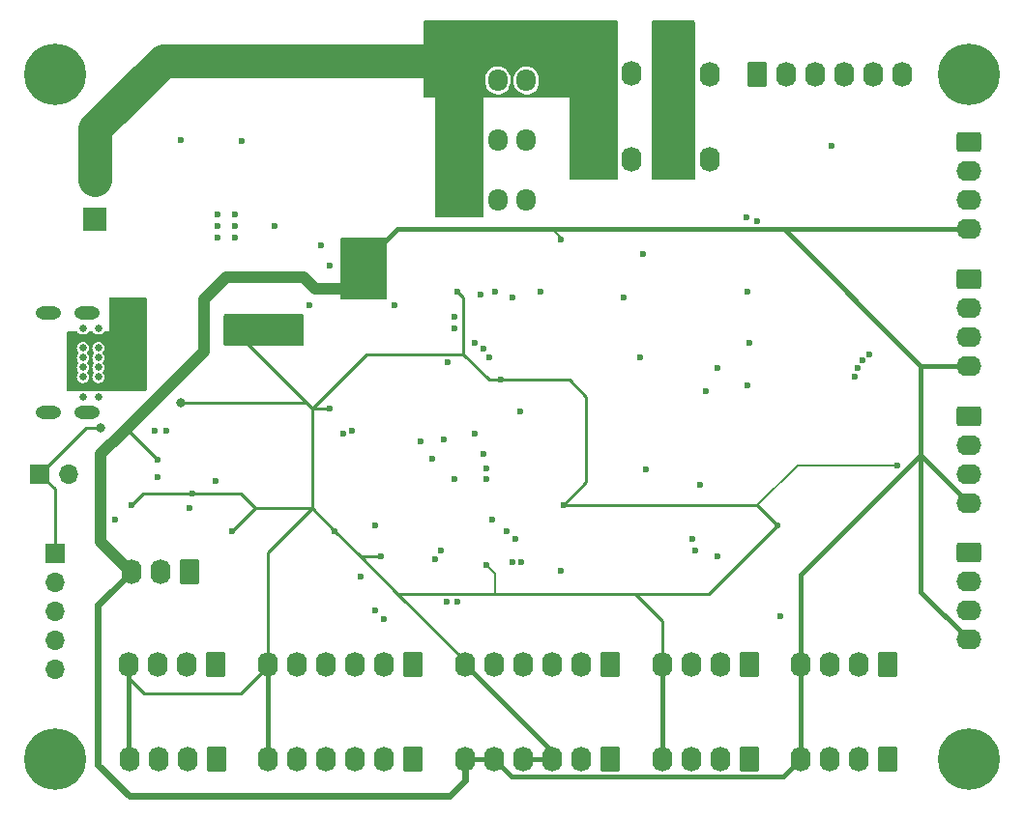
<source format=gbr>
%TF.GenerationSoftware,KiCad,Pcbnew,(6.0.0-rc1-29-g9238b27f63)*%
%TF.CreationDate,2021-12-03T12:49:23+01:00*%
%TF.ProjectId,robolympics_hub,726f626f-6c79-46d7-9069-63735f687562,rev?*%
%TF.SameCoordinates,Original*%
%TF.FileFunction,Copper,L3,Inr*%
%TF.FilePolarity,Positive*%
%FSLAX46Y46*%
G04 Gerber Fmt 4.6, Leading zero omitted, Abs format (unit mm)*
G04 Created by KiCad (PCBNEW (6.0.0-rc1-29-g9238b27f63)) date 2021-12-03 12:49:23*
%MOMM*%
%LPD*%
G01*
G04 APERTURE LIST*
G04 Aperture macros list*
%AMRoundRect*
0 Rectangle with rounded corners*
0 $1 Rounding radius*
0 $2 $3 $4 $5 $6 $7 $8 $9 X,Y pos of 4 corners*
0 Add a 4 corners polygon primitive as box body*
4,1,4,$2,$3,$4,$5,$6,$7,$8,$9,$2,$3,0*
0 Add four circle primitives for the rounded corners*
1,1,$1+$1,$2,$3*
1,1,$1+$1,$4,$5*
1,1,$1+$1,$6,$7*
1,1,$1+$1,$8,$9*
0 Add four rect primitives between the rounded corners*
20,1,$1+$1,$2,$3,$4,$5,0*
20,1,$1+$1,$4,$5,$6,$7,0*
20,1,$1+$1,$6,$7,$8,$9,0*
20,1,$1+$1,$8,$9,$2,$3,0*%
G04 Aperture macros list end*
%TA.AperFunction,ComponentPad*%
%ADD10RoundRect,0.250000X0.620000X0.845000X-0.620000X0.845000X-0.620000X-0.845000X0.620000X-0.845000X0*%
%TD*%
%TA.AperFunction,ComponentPad*%
%ADD11O,1.740000X2.190000*%
%TD*%
%TA.AperFunction,ComponentPad*%
%ADD12R,1.700000X1.700000*%
%TD*%
%TA.AperFunction,ComponentPad*%
%ADD13O,1.700000X1.700000*%
%TD*%
%TA.AperFunction,ComponentPad*%
%ADD14RoundRect,0.250000X-0.600000X-0.725000X0.600000X-0.725000X0.600000X0.725000X-0.600000X0.725000X0*%
%TD*%
%TA.AperFunction,ComponentPad*%
%ADD15O,1.700000X1.950000*%
%TD*%
%TA.AperFunction,ComponentPad*%
%ADD16C,5.400000*%
%TD*%
%TA.AperFunction,ComponentPad*%
%ADD17RoundRect,0.250000X-0.620000X-0.845000X0.620000X-0.845000X0.620000X0.845000X-0.620000X0.845000X0*%
%TD*%
%TA.AperFunction,ComponentPad*%
%ADD18RoundRect,0.250000X-0.845000X0.620000X-0.845000X-0.620000X0.845000X-0.620000X0.845000X0.620000X0*%
%TD*%
%TA.AperFunction,ComponentPad*%
%ADD19O,2.190000X1.740000*%
%TD*%
%TA.AperFunction,ComponentPad*%
%ADD20C,0.650000*%
%TD*%
%TA.AperFunction,ComponentPad*%
%ADD21O,2.216000X1.108000*%
%TD*%
%TA.AperFunction,ComponentPad*%
%ADD22R,2.025000X2.025000*%
%TD*%
%TA.AperFunction,ComponentPad*%
%ADD23C,2.025000*%
%TD*%
%TA.AperFunction,ViaPad*%
%ADD24C,0.600000*%
%TD*%
%TA.AperFunction,ViaPad*%
%ADD25C,0.800000*%
%TD*%
%TA.AperFunction,Conductor*%
%ADD26C,0.600000*%
%TD*%
%TA.AperFunction,Conductor*%
%ADD27C,0.200000*%
%TD*%
%TA.AperFunction,Conductor*%
%ADD28C,0.400000*%
%TD*%
%TA.AperFunction,Conductor*%
%ADD29C,1.000000*%
%TD*%
%TA.AperFunction,Conductor*%
%ADD30C,0.250000*%
%TD*%
%TA.AperFunction,Conductor*%
%ADD31C,3.000000*%
%TD*%
G04 APERTURE END LIST*
D10*
%TO.N,GND*%
%TO.C,J19*%
X174060000Y-116750000D03*
D11*
%TO.N,I2C1_SDA*%
X171520000Y-116750000D03*
%TO.N,I2C1_SCL*%
X168980000Y-116750000D03*
%TO.N,+3V3*%
X166440000Y-116750000D03*
%TD*%
D10*
%TO.N,GND*%
%TO.C,J23*%
X208600000Y-125000000D03*
D11*
X206060000Y-125000000D03*
%TO.N,+3V3*%
X203520000Y-125000000D03*
X200980000Y-125000000D03*
%TO.N,+5V*%
X198440000Y-125000000D03*
X195900000Y-125000000D03*
%TD*%
D10*
%TO.N,GND*%
%TO.C,J4*%
X171740000Y-108580000D03*
D11*
%TO.N,Net-(J4-Pad2)*%
X169200000Y-108580000D03*
%TO.N,+5V*%
X166660000Y-108580000D03*
%TD*%
D12*
%TO.N,+3V3*%
%TO.C,J3*%
X160000000Y-107000000D03*
D13*
%TO.N,SWDIO*%
X160000000Y-109540000D03*
%TO.N,SWCLK*%
X160000000Y-112080000D03*
%TO.N,NRST*%
X160000000Y-114620000D03*
%TO.N,GND*%
X160000000Y-117160000D03*
%TD*%
D10*
%TO.N,GND*%
%TO.C,J7*%
X220810000Y-116730000D03*
D11*
%TO.N,USART2_TX*%
X218270000Y-116730000D03*
%TO.N,USART2_RX*%
X215730000Y-116730000D03*
%TO.N,+3V3*%
X213190000Y-116730000D03*
%TD*%
D14*
%TO.N,V_PWR*%
%TO.C,J9*%
X196250000Y-70750000D03*
D15*
%TO.N,TTL_DATA*%
X198750000Y-70750000D03*
%TO.N,GND*%
X201250000Y-70750000D03*
%TD*%
D16*
%TO.N,GND*%
%TO.C,H4*%
X160000000Y-125000000D03*
%TD*%
D17*
%TO.N,5V_REG*%
%TO.C,J27*%
X214730000Y-72420000D03*
D11*
%TO.N,GND*%
X217270000Y-72420000D03*
%TD*%
D10*
%TO.N,GND*%
%TO.C,J20*%
X220810000Y-125000000D03*
D11*
%TO.N,USART1_TX*%
X218270000Y-125000000D03*
%TO.N,USART1_RX*%
X215730000Y-125000000D03*
%TO.N,+3V3*%
X213190000Y-125000000D03*
%TD*%
D10*
%TO.N,GND*%
%TO.C,J22*%
X208600000Y-116750000D03*
D11*
%TO.N,GPIO_EXT_4*%
X206060000Y-116750000D03*
%TO.N,GPIO_EXT_3*%
X203520000Y-116750000D03*
%TO.N,PWM2*%
X200980000Y-116750000D03*
%TO.N,PWM1*%
X198440000Y-116750000D03*
%TO.N,+3V3*%
X195900000Y-116750000D03*
%TD*%
D12*
%TO.N,+3V3*%
%TO.C,J11*%
X158670000Y-100000000D03*
D13*
%TO.N,BOOT0*%
X161210000Y-100000000D03*
%TD*%
D18*
%TO.N,GND*%
%TO.C,J16*%
X240000000Y-106920000D03*
D19*
%TO.N,RANGE_3_ECHO*%
X240000000Y-109460000D03*
%TO.N,RANGE_3_TRIG*%
X240000000Y-112000000D03*
%TO.N,+5V*%
X240000000Y-114540000D03*
%TD*%
D16*
%TO.N,GND*%
%TO.C,H3*%
X160000000Y-65000000D03*
%TD*%
D20*
%TO.N,GND*%
%TO.C,J28*%
X163775000Y-87275000D03*
%TO.N,5V_USB*%
X163775000Y-88125000D03*
%TO.N,CC*%
X163775000Y-88975000D03*
%TO.N,USB_IN_P*%
X163775000Y-89825000D03*
%TO.N,USB_IN_N*%
X163775000Y-90675000D03*
%TO.N,CC*%
X163775000Y-91525000D03*
%TO.N,5V_USB*%
X163775000Y-92375000D03*
%TO.N,GND*%
X163775000Y-93225000D03*
X162425000Y-93225000D03*
%TO.N,5V_USB*%
X162425000Y-92375000D03*
%TO.N,CC*%
X162425000Y-91525000D03*
%TO.N,USB_IN_P*%
X162425000Y-90675000D03*
%TO.N,USB_IN_N*%
X162425000Y-89825000D03*
%TO.N,CC*%
X162425000Y-88975000D03*
%TO.N,5V_USB*%
X162425000Y-88125000D03*
%TO.N,GND*%
X162425000Y-87275000D03*
D21*
X162795000Y-85925000D03*
X162795000Y-94575000D03*
X159415000Y-94575000D03*
X159415000Y-85925000D03*
%TD*%
D17*
%TO.N,V_PWR*%
%TO.C,J26*%
X207930000Y-64900000D03*
D11*
%TO.N,GND*%
X210470000Y-64900000D03*
%TD*%
D18*
%TO.N,GND*%
%TO.C,J12*%
X240000000Y-82920000D03*
D19*
%TO.N,RANGE_1_ECHO*%
X240000000Y-85460000D03*
%TO.N,RANGE_1_TRIG*%
X240000000Y-88000000D03*
%TO.N,+5V*%
X240000000Y-90540000D03*
%TD*%
D22*
%TO.N,GND*%
%TO.C,J21*%
X163500000Y-77687500D03*
D23*
%TO.N,V_PWR*%
X163500000Y-74187500D03*
%TD*%
D16*
%TO.N,GND*%
%TO.C,H2*%
X240000000Y-125000000D03*
%TD*%
D18*
%TO.N,GND*%
%TO.C,J17*%
X240000000Y-70920000D03*
D19*
%TO.N,RANGE_4_ECHO*%
X240000000Y-73460000D03*
%TO.N,RANGE_4_TRIG*%
X240000000Y-76000000D03*
%TO.N,+5V*%
X240000000Y-78540000D03*
%TD*%
D10*
%TO.N,GND*%
%TO.C,J15*%
X232870000Y-125000000D03*
D11*
%TO.N,Net-(J15-Pad2)*%
X230330000Y-125000000D03*
%TO.N,Net-(J15-Pad3)*%
X227790000Y-125000000D03*
%TO.N,+5V*%
X225250000Y-125000000D03*
%TD*%
D16*
%TO.N,GND*%
%TO.C,H1*%
X240000000Y-65000000D03*
%TD*%
D17*
%TO.N,V_PWR*%
%TO.C,J1*%
X207930000Y-72420000D03*
D11*
%TO.N,GND*%
X210470000Y-72420000D03*
%TD*%
D10*
%TO.N,GND*%
%TO.C,J18*%
X174120000Y-124980000D03*
D11*
%TO.N,I2C1_SDA*%
X171580000Y-124980000D03*
%TO.N,I2C1_SCL*%
X169040000Y-124980000D03*
%TO.N,+3V3*%
X166500000Y-124980000D03*
%TD*%
D14*
%TO.N,V_PWR*%
%TO.C,J10*%
X196250000Y-65500000D03*
D15*
%TO.N,TTL_DATA*%
X198750000Y-65500000D03*
%TO.N,GND*%
X201250000Y-65500000D03*
%TD*%
D14*
%TO.N,V_PWR*%
%TO.C,J8*%
X196250000Y-76000000D03*
D15*
%TO.N,TTL_DATA*%
X198750000Y-76000000D03*
%TO.N,GND*%
X201250000Y-76000000D03*
%TD*%
D17*
%TO.N,GND*%
%TO.C,J5*%
X221450000Y-65020000D03*
D11*
%TO.N,SPI1_NSS*%
X223990000Y-65020000D03*
%TO.N,SPI1_MOSI*%
X226530000Y-65020000D03*
%TO.N,SPI1_MISO*%
X229070000Y-65020000D03*
%TO.N,SPI1_SCK*%
X231610000Y-65020000D03*
%TO.N,unconnected-(J5-Pad6)*%
X234150000Y-65020000D03*
%TD*%
D17*
%TO.N,5V_REG*%
%TO.C,J25*%
X214730000Y-65020000D03*
D11*
%TO.N,GND*%
X217270000Y-65020000D03*
%TD*%
D10*
%TO.N,GND*%
%TO.C,J24*%
X191330000Y-125000000D03*
D11*
%TO.N,GPIO_EXT_2*%
X188790000Y-125000000D03*
%TO.N,SPI2_MOSI*%
X186250000Y-125000000D03*
%TO.N,SPI2_MISO*%
X183710000Y-125000000D03*
%TO.N,SPI2_SCK*%
X181170000Y-125000000D03*
%TO.N,+3V3*%
X178630000Y-125000000D03*
%TD*%
D10*
%TO.N,GND*%
%TO.C,J6*%
X191330000Y-116750000D03*
D11*
%TO.N,GPIO_EXT_1*%
X188790000Y-116750000D03*
%TO.N,SPI2_MOSI*%
X186250000Y-116750000D03*
%TO.N,SPI2_MISO*%
X183710000Y-116750000D03*
%TO.N,SPI2_SCK*%
X181170000Y-116750000D03*
%TO.N,+3V3*%
X178630000Y-116750000D03*
%TD*%
D18*
%TO.N,GND*%
%TO.C,J13*%
X240000000Y-94920000D03*
D19*
%TO.N,RANGE_2_ECHO*%
X240000000Y-97460000D03*
%TO.N,RANGE_2_TRIG*%
X240000000Y-100000000D03*
%TO.N,+5V*%
X240000000Y-102540000D03*
%TD*%
D10*
%TO.N,GND*%
%TO.C,J14*%
X232870000Y-116750000D03*
D11*
%TO.N,Net-(J14-Pad2)*%
X230330000Y-116750000D03*
%TO.N,Net-(J14-Pad3)*%
X227790000Y-116750000D03*
%TO.N,+5V*%
X225250000Y-116750000D03*
%TD*%
D24*
%TO.N,GPIO_EXT_3*%
X194250000Y-111250000D03*
X193250000Y-107500000D03*
%TO.N,GPIO_EXT_4*%
X193750000Y-106750000D03*
X195250000Y-111250000D03*
%TO.N,SPI1_NSS*%
X228000000Y-71250000D03*
%TO.N,SPI2_SCK*%
X196750000Y-96500000D03*
X186750000Y-109000000D03*
%TO.N,GPIO_EXT_1*%
X188750000Y-112750000D03*
%TO.N,USART1_TX*%
X195000000Y-100500000D03*
%TO.N,USART1_RX*%
X194000000Y-97000000D03*
%TO.N,UC_TTL_DIR*%
X185241525Y-96502825D03*
%TO.N,LED1*%
X195000000Y-86250000D03*
%TO.N,ENC_B_R*%
X197750000Y-100500000D03*
%TO.N,ENC_A_R*%
X197750000Y-99500000D03*
%TO.N,LED2*%
X195000000Y-87250000D03*
%TO.N,LED3*%
X186000000Y-96250000D03*
%TO.N,USART2_TX*%
X200250000Y-105750000D03*
X200799503Y-107750000D03*
%TO.N,USART2_RX*%
X199500000Y-105000000D03*
X200000000Y-107750000D03*
%TO.N,USART6_TX*%
X200000000Y-84500000D03*
%TO.N,USART6_RX*%
X197250000Y-84250000D03*
%TO.N,PWM1*%
X192000000Y-97150500D03*
%TO.N,PWM2*%
X193000000Y-98650500D03*
%TO.N,GPIO_EXT_2*%
X188000000Y-112000000D03*
%TO.N,PWM_NEOPIXEL*%
X174048911Y-100650500D03*
%TO.N,GND*%
X223500000Y-112500000D03*
X174250000Y-79250000D03*
X171750000Y-103000000D03*
X200750000Y-94500000D03*
X202500000Y-84000000D03*
X175750000Y-77250000D03*
X174250000Y-78250000D03*
X198500000Y-84000000D03*
X175750000Y-79250000D03*
X218000000Y-107250000D03*
X165250000Y-104000000D03*
X175750000Y-78250000D03*
X174250000Y-77250000D03*
%TO.N,5V_USB*%
X166000000Y-87250000D03*
X189750000Y-85250000D03*
X182250000Y-85250000D03*
X165250000Y-87250000D03*
X167500000Y-87250000D03*
X166750000Y-87250000D03*
%TO.N,BAT_MEAS*%
X211750000Y-99599500D03*
X211250000Y-89750000D03*
%TO.N,+5V*%
X188500000Y-83000000D03*
X187500000Y-83000000D03*
X187500000Y-80000000D03*
X188500000Y-81000000D03*
X188500000Y-82000000D03*
X169000000Y-98750000D03*
X187500000Y-84000000D03*
X187500000Y-81000000D03*
X188500000Y-84000000D03*
X204250000Y-79500000D03*
X188500000Y-80000000D03*
X187500000Y-82000000D03*
%TO.N,Net-(C10-Pad2)*%
X176338000Y-70795000D03*
X171000000Y-70750000D03*
%TO.N,5V_REG*%
X179250000Y-78250000D03*
%TO.N,Net-(U4-Pad4)*%
X169000000Y-100250000D03*
%TO.N,ENC_A_L*%
X215750000Y-105750000D03*
%TO.N,ENC_B_L*%
X216000000Y-106750000D03*
%TO.N,NRST*%
X198250000Y-104000000D03*
X188000000Y-104500000D03*
X204250000Y-108500000D03*
%TO.N,SWDIO*%
X168750000Y-96250000D03*
%TO.N,SWCLK*%
X169750000Y-96250000D03*
%TO.N,RANGE_1_ECHO*%
X220750000Y-88500000D03*
X218000000Y-90750000D03*
%TO.N,RANGE_1_TRIG*%
X216971448Y-92750000D03*
X220599500Y-92250000D03*
%TO.N,RANGE_2_ECHO*%
X194400500Y-90250000D03*
X231250000Y-89500000D03*
%TO.N,RANGE_2_TRIG*%
X196750000Y-88500000D03*
X230650500Y-90034414D03*
%TO.N,RANGE_3_ECHO*%
X230250000Y-90750000D03*
X197500000Y-89000000D03*
%TO.N,RANGE_3_TRIG*%
X198000000Y-89750000D03*
X229997175Y-91508475D03*
%TO.N,RANGE_4_ECHO*%
X220500000Y-77500000D03*
%TO.N,RANGE_4_TRIG*%
X221456469Y-77840500D03*
%TO.N,Net-(D3-Pad2)*%
X220599500Y-84000000D03*
%TO.N,Net-(D4-Pad2)*%
X209750000Y-84500000D03*
%TO.N,Net-(D5-Pad2)*%
X211500000Y-80750000D03*
%TO.N,USER_BTN*%
X197500000Y-98250000D03*
X216500000Y-101000000D03*
%TO.N,Net-(IC3-Pad4)*%
X184000000Y-81750000D03*
%TO.N,Net-(IC3-Pad5)*%
X183250000Y-80000000D03*
%TO.N,+3V3*%
X233750000Y-99250000D03*
X184000000Y-94250000D03*
X172000000Y-101750000D03*
D25*
X164000000Y-96000000D03*
D24*
X175500000Y-105000000D03*
X166665989Y-102750000D03*
X184500000Y-105000000D03*
X175500000Y-87250000D03*
X195250000Y-84000000D03*
X188500000Y-107250000D03*
X175500000Y-86500000D03*
X199000000Y-91750000D03*
X223250000Y-104500000D03*
X204500000Y-102750000D03*
D25*
X171000000Y-93750000D03*
D24*
X197750000Y-108000000D03*
%TD*%
D26*
%TO.N,+5V*%
X194500000Y-128250000D02*
X195900000Y-126850000D01*
D27*
X204250000Y-79500000D02*
X204250000Y-79250000D01*
D28*
X235790000Y-90540000D02*
X223790000Y-78540000D01*
X235790000Y-110330000D02*
X235790000Y-98330000D01*
D29*
X173000000Y-84750000D02*
X175000489Y-82749511D01*
D28*
X198440000Y-125000000D02*
X195900000Y-125000000D01*
D26*
X163750000Y-125500000D02*
X166500000Y-128250000D01*
D29*
X175000489Y-82749511D02*
X181749511Y-82749511D01*
X164000000Y-106000000D02*
X164000000Y-98250000D01*
D28*
X240000000Y-102540000D02*
X235790000Y-98330000D01*
X225250000Y-116750000D02*
X225250000Y-108870000D01*
D29*
X181749511Y-82749511D02*
X182750000Y-83750000D01*
X166660000Y-108580000D02*
X166580000Y-108580000D01*
D26*
X165070480Y-110169520D02*
X165070480Y-110179520D01*
D28*
X203540000Y-78540000D02*
X221710000Y-78540000D01*
X225250000Y-125000000D02*
X225250000Y-116750000D01*
X198440000Y-125000000D02*
X199934520Y-126494520D01*
X223790000Y-78540000D02*
X221710000Y-78540000D01*
X240000000Y-114540000D02*
X235790000Y-110330000D01*
D30*
X166625000Y-96375000D02*
X165875000Y-96375000D01*
D26*
X166500000Y-128250000D02*
X194500000Y-128250000D01*
D29*
X166580000Y-108580000D02*
X164000000Y-106000000D01*
D30*
X169000000Y-98750000D02*
X166625000Y-96375000D01*
D28*
X223755480Y-126494520D02*
X225250000Y-125000000D01*
D26*
X165070480Y-110179520D02*
X163750000Y-111500000D01*
X166660000Y-108580000D02*
X165070480Y-110169520D01*
D29*
X164000000Y-98250000D02*
X165875000Y-96375000D01*
D28*
X199934520Y-126494520D02*
X223755480Y-126494520D01*
D29*
X182750000Y-83750000D02*
X187750000Y-83750000D01*
D26*
X163750000Y-111500000D02*
X163750000Y-125500000D01*
D28*
X188500000Y-80000000D02*
X189960000Y-78540000D01*
X225250000Y-108870000D02*
X235790000Y-98330000D01*
D29*
X165875000Y-96375000D02*
X173000000Y-89250000D01*
D27*
X204250000Y-79250000D02*
X203540000Y-78540000D01*
D28*
X240000000Y-90540000D02*
X235790000Y-90540000D01*
X189960000Y-78540000D02*
X203540000Y-78540000D01*
D26*
X195900000Y-126850000D02*
X195900000Y-125000000D01*
D28*
X235790000Y-98330000D02*
X235790000Y-90540000D01*
X221710000Y-78540000D02*
X240000000Y-78540000D01*
D29*
X173000000Y-89250000D02*
X173000000Y-84750000D01*
D31*
%TO.N,V_PWR*%
X163500000Y-74187500D02*
X163500000Y-69750000D01*
X169450000Y-63800000D02*
X196050480Y-63800000D01*
X163500000Y-69750000D02*
X169450000Y-63800000D01*
D28*
%TO.N,+3V3*%
X200980000Y-125000000D02*
X203520000Y-125000000D01*
X203520000Y-124370000D02*
X195900000Y-116750000D01*
D30*
X176250000Y-119250000D02*
X167750000Y-119250000D01*
D28*
X178630000Y-116750000D02*
X178630000Y-125000000D01*
X166440000Y-124920000D02*
X166500000Y-124980000D01*
D30*
X199000000Y-91750000D02*
X198000000Y-91750000D01*
X206500000Y-93250000D02*
X206500000Y-100750000D01*
X217250000Y-110500000D02*
X210750000Y-110500000D01*
X167665989Y-101750000D02*
X166665989Y-102750000D01*
X206500000Y-100750000D02*
X204500000Y-102750000D01*
D27*
X225000000Y-99250000D02*
X221500000Y-102750000D01*
D30*
X162670000Y-96000000D02*
X164000000Y-96000000D01*
D28*
X203520000Y-125000000D02*
X203520000Y-124370000D01*
D30*
X171000000Y-93750000D02*
X182000000Y-93750000D01*
X198500000Y-110500000D02*
X210750000Y-110500000D01*
X223250000Y-104500000D02*
X217250000Y-110500000D01*
X182500000Y-103000000D02*
X184500000Y-105000000D01*
X167750000Y-119250000D02*
X166440000Y-117940000D01*
X190000000Y-110500000D02*
X198500000Y-110500000D01*
X198000000Y-91750000D02*
X195750000Y-89500000D01*
D28*
X166440000Y-116750000D02*
X166440000Y-124920000D01*
D30*
X223250000Y-104500000D02*
X221500000Y-102750000D01*
X195750000Y-89500000D02*
X187250000Y-89500000D01*
X195900000Y-116750000D02*
X195900000Y-116400000D01*
X186750000Y-107250000D02*
X190000000Y-110500000D01*
X182500000Y-94250000D02*
X182500000Y-103000000D01*
X178630000Y-116750000D02*
X178630000Y-116870000D01*
D27*
X233750000Y-99250000D02*
X225000000Y-99250000D01*
D30*
X186750000Y-107250000D02*
X188500000Y-107250000D01*
D28*
X213190000Y-116730000D02*
X213190000Y-125000000D01*
D30*
X184000000Y-94250000D02*
X182500000Y-94250000D01*
X195750000Y-84500000D02*
X195250000Y-84000000D01*
D27*
X198500000Y-108750000D02*
X198500000Y-110500000D01*
D30*
X166440000Y-117940000D02*
X166440000Y-116750000D01*
X195750000Y-89500000D02*
X195750000Y-84500000D01*
X177500000Y-103000000D02*
X182500000Y-103000000D01*
X221500000Y-102750000D02*
X204500000Y-102750000D01*
X176250000Y-101750000D02*
X177500000Y-103000000D01*
X175500000Y-105000000D02*
X177500000Y-103000000D01*
X184500000Y-105000000D02*
X186750000Y-107250000D01*
X178630000Y-116750000D02*
X178630000Y-106870000D01*
X205000000Y-91750000D02*
X206500000Y-93250000D01*
X199000000Y-91750000D02*
X205000000Y-91750000D01*
X213190000Y-116730000D02*
X213190000Y-112940000D01*
X172000000Y-101750000D02*
X176250000Y-101750000D01*
X178630000Y-106870000D02*
X182500000Y-103000000D01*
D27*
X197750000Y-108000000D02*
X198500000Y-108750000D01*
D30*
X160000000Y-107000000D02*
X160000000Y-101330000D01*
X187250000Y-89500000D02*
X182500000Y-94250000D01*
X195900000Y-116400000D02*
X190000000Y-110500000D01*
X178630000Y-116870000D02*
X176250000Y-119250000D01*
X175500000Y-87250000D02*
X182500000Y-94250000D01*
X210750000Y-110500000D02*
X213190000Y-112940000D01*
X182000000Y-93750000D02*
X182500000Y-94250000D01*
X158670000Y-100000000D02*
X162670000Y-96000000D01*
X160000000Y-101330000D02*
X158670000Y-100000000D01*
X172000000Y-101750000D02*
X167665989Y-101750000D01*
%TD*%
%TA.AperFunction,Conductor*%
%TO.N,+3V3*%
G36*
X181692121Y-86020002D02*
G01*
X181738614Y-86073658D01*
X181750000Y-86126000D01*
X181750000Y-88624000D01*
X181729998Y-88692121D01*
X181676342Y-88738614D01*
X181624000Y-88750000D01*
X174876000Y-88750000D01*
X174807879Y-88729998D01*
X174761386Y-88676342D01*
X174750000Y-88624000D01*
X174750000Y-86126000D01*
X174770002Y-86057879D01*
X174823658Y-86011386D01*
X174876000Y-86000000D01*
X181624000Y-86000000D01*
X181692121Y-86020002D01*
G37*
%TD.AperFunction*%
%TD*%
%TA.AperFunction,Conductor*%
%TO.N,5V_REG*%
G36*
X215942121Y-60274002D02*
G01*
X215988614Y-60327658D01*
X216000000Y-60380000D01*
X216000000Y-74124000D01*
X215979998Y-74192121D01*
X215926342Y-74238614D01*
X215874000Y-74250000D01*
X212376000Y-74250000D01*
X212307879Y-74229998D01*
X212261386Y-74176342D01*
X212250000Y-74124000D01*
X212250000Y-60380000D01*
X212270002Y-60311879D01*
X212323658Y-60265386D01*
X212376000Y-60254000D01*
X215874000Y-60254000D01*
X215942121Y-60274002D01*
G37*
%TD.AperFunction*%
%TD*%
%TA.AperFunction,Conductor*%
%TO.N,+5V*%
G36*
X188942121Y-79270002D02*
G01*
X188988614Y-79323658D01*
X189000000Y-79376000D01*
X189000000Y-84624000D01*
X188979998Y-84692121D01*
X188926342Y-84738614D01*
X188874000Y-84750000D01*
X185126000Y-84750000D01*
X185057879Y-84729998D01*
X185011386Y-84676342D01*
X185000000Y-84624000D01*
X185000000Y-79376000D01*
X185020002Y-79307879D01*
X185073658Y-79261386D01*
X185126000Y-79250000D01*
X188874000Y-79250000D01*
X188942121Y-79270002D01*
G37*
%TD.AperFunction*%
%TD*%
%TA.AperFunction,Conductor*%
%TO.N,5V_USB*%
G36*
X167942121Y-84520002D02*
G01*
X167988614Y-84573658D01*
X168000000Y-84626000D01*
X168000000Y-88000000D01*
X164750000Y-88000000D01*
X164750000Y-84626000D01*
X164770002Y-84557879D01*
X164823658Y-84511386D01*
X164876000Y-84500000D01*
X167874000Y-84500000D01*
X167942121Y-84520002D01*
G37*
%TD.AperFunction*%
%TD*%
%TA.AperFunction,Conductor*%
%TO.N,V_PWR*%
G36*
X209250000Y-74124000D02*
G01*
X209229998Y-74192121D01*
X209176342Y-74238614D01*
X209124000Y-74250000D01*
X205126000Y-74250000D01*
X205057879Y-74229998D01*
X205011386Y-74176342D01*
X205000000Y-74124000D01*
X205000000Y-61500000D01*
X209250000Y-61500000D01*
X209250000Y-74124000D01*
G37*
%TD.AperFunction*%
%TD*%
%TA.AperFunction,Conductor*%
%TO.N,5V_USB*%
G36*
X161941255Y-87520002D02*
G01*
X161973096Y-87549296D01*
X162045180Y-87643238D01*
X162045183Y-87643241D01*
X162050209Y-87649791D01*
X162159982Y-87734024D01*
X162167611Y-87737184D01*
X162280189Y-87783815D01*
X162280193Y-87783816D01*
X162287817Y-87786974D01*
X162295997Y-87788051D01*
X162296001Y-87788052D01*
X162416812Y-87803957D01*
X162425000Y-87805035D01*
X162433188Y-87803957D01*
X162553999Y-87788052D01*
X162554003Y-87788051D01*
X162562183Y-87786974D01*
X162569807Y-87783816D01*
X162569811Y-87783815D01*
X162682389Y-87737184D01*
X162690018Y-87734024D01*
X162799791Y-87649791D01*
X162804817Y-87643241D01*
X162804820Y-87643238D01*
X162876904Y-87549296D01*
X162934242Y-87507429D01*
X162976866Y-87500000D01*
X163223134Y-87500000D01*
X163291255Y-87520002D01*
X163323096Y-87549296D01*
X163395180Y-87643238D01*
X163395183Y-87643241D01*
X163400209Y-87649791D01*
X163509982Y-87734024D01*
X163517611Y-87737184D01*
X163630189Y-87783815D01*
X163630193Y-87783816D01*
X163637817Y-87786974D01*
X163645997Y-87788051D01*
X163646001Y-87788052D01*
X163766812Y-87803957D01*
X163775000Y-87805035D01*
X163783188Y-87803957D01*
X163903999Y-87788052D01*
X163904003Y-87788051D01*
X163912183Y-87786974D01*
X163919807Y-87783816D01*
X163919811Y-87783815D01*
X164032389Y-87737184D01*
X164040018Y-87734024D01*
X164149791Y-87649791D01*
X164154817Y-87643241D01*
X164154820Y-87643238D01*
X164226904Y-87549296D01*
X164284242Y-87507429D01*
X164326866Y-87500000D01*
X168000000Y-87500000D01*
X168000000Y-92624000D01*
X167979998Y-92692121D01*
X167926342Y-92738614D01*
X167874000Y-92750000D01*
X164026510Y-92750000D01*
X163978293Y-92740409D01*
X163919811Y-92716185D01*
X163919807Y-92716184D01*
X163912183Y-92713026D01*
X163904003Y-92711949D01*
X163903999Y-92711948D01*
X163783188Y-92696043D01*
X163775000Y-92694965D01*
X163637817Y-92713026D01*
X163571708Y-92740409D01*
X163523490Y-92750000D01*
X162676510Y-92750000D01*
X162628293Y-92740409D01*
X162569811Y-92716185D01*
X162569807Y-92716184D01*
X162562183Y-92713026D01*
X162554003Y-92711949D01*
X162553999Y-92711948D01*
X162433188Y-92696043D01*
X162425000Y-92694965D01*
X162287817Y-92713026D01*
X162221708Y-92740409D01*
X162173490Y-92750000D01*
X161126000Y-92750000D01*
X161057879Y-92729998D01*
X161011386Y-92676342D01*
X161000000Y-92624000D01*
X161000000Y-91525000D01*
X161894965Y-91525000D01*
X161913026Y-91662183D01*
X161965976Y-91790017D01*
X162008093Y-91844904D01*
X162045180Y-91893238D01*
X162045183Y-91893241D01*
X162050209Y-91899791D01*
X162159982Y-91984024D01*
X162167611Y-91987184D01*
X162280189Y-92033815D01*
X162280193Y-92033816D01*
X162287817Y-92036974D01*
X162295997Y-92038051D01*
X162296001Y-92038052D01*
X162416812Y-92053957D01*
X162425000Y-92055035D01*
X162433188Y-92053957D01*
X162553999Y-92038052D01*
X162554003Y-92038051D01*
X162562183Y-92036974D01*
X162569807Y-92033816D01*
X162569811Y-92033815D01*
X162682389Y-91987184D01*
X162690018Y-91984024D01*
X162799791Y-91899791D01*
X162804817Y-91893241D01*
X162804820Y-91893238D01*
X162841907Y-91844904D01*
X162884024Y-91790017D01*
X162936974Y-91662183D01*
X162955035Y-91525000D01*
X163244965Y-91525000D01*
X163263026Y-91662183D01*
X163315976Y-91790017D01*
X163358093Y-91844904D01*
X163395180Y-91893238D01*
X163395183Y-91893241D01*
X163400209Y-91899791D01*
X163509982Y-91984024D01*
X163517611Y-91987184D01*
X163630189Y-92033815D01*
X163630193Y-92033816D01*
X163637817Y-92036974D01*
X163645997Y-92038051D01*
X163646001Y-92038052D01*
X163766812Y-92053957D01*
X163775000Y-92055035D01*
X163783188Y-92053957D01*
X163903999Y-92038052D01*
X163904003Y-92038051D01*
X163912183Y-92036974D01*
X163919807Y-92033816D01*
X163919811Y-92033815D01*
X164032389Y-91987184D01*
X164040018Y-91984024D01*
X164149791Y-91899791D01*
X164154817Y-91893241D01*
X164154820Y-91893238D01*
X164191907Y-91844904D01*
X164234024Y-91790017D01*
X164286974Y-91662183D01*
X164305035Y-91525000D01*
X164286974Y-91387817D01*
X164234024Y-91259983D01*
X164170120Y-91176702D01*
X164144520Y-91110484D01*
X164158784Y-91040936D01*
X164170115Y-91023305D01*
X164234024Y-90940017D01*
X164286974Y-90812183D01*
X164305035Y-90675000D01*
X164286974Y-90537817D01*
X164234024Y-90409983D01*
X164170120Y-90326702D01*
X164144520Y-90260484D01*
X164158784Y-90190936D01*
X164170115Y-90173305D01*
X164234024Y-90090017D01*
X164286974Y-89962183D01*
X164305035Y-89825000D01*
X164286974Y-89687817D01*
X164234024Y-89559983D01*
X164170120Y-89476702D01*
X164144520Y-89410484D01*
X164158784Y-89340936D01*
X164170115Y-89323305D01*
X164234024Y-89240017D01*
X164286974Y-89112183D01*
X164305035Y-88975000D01*
X164286974Y-88837817D01*
X164234024Y-88709983D01*
X164156078Y-88608402D01*
X164154820Y-88606762D01*
X164154817Y-88606759D01*
X164149791Y-88600209D01*
X164116251Y-88574472D01*
X164046568Y-88521002D01*
X164040018Y-88515976D01*
X164032389Y-88512816D01*
X163919811Y-88466185D01*
X163919807Y-88466184D01*
X163912183Y-88463026D01*
X163904003Y-88461949D01*
X163903999Y-88461948D01*
X163783188Y-88446043D01*
X163775000Y-88444965D01*
X163637817Y-88463026D01*
X163509983Y-88515976D01*
X163400209Y-88600209D01*
X163315976Y-88709983D01*
X163263026Y-88837817D01*
X163244965Y-88975000D01*
X163263026Y-89112183D01*
X163315976Y-89240017D01*
X163379880Y-89323298D01*
X163405480Y-89389516D01*
X163391216Y-89459064D01*
X163379885Y-89476695D01*
X163315976Y-89559983D01*
X163263026Y-89687817D01*
X163244965Y-89825000D01*
X163263026Y-89962183D01*
X163315976Y-90090017D01*
X163379880Y-90173298D01*
X163405480Y-90239516D01*
X163391216Y-90309064D01*
X163379885Y-90326695D01*
X163315976Y-90409983D01*
X163263026Y-90537817D01*
X163244965Y-90675000D01*
X163263026Y-90812183D01*
X163315976Y-90940017D01*
X163379880Y-91023298D01*
X163405480Y-91089516D01*
X163391216Y-91159064D01*
X163379885Y-91176695D01*
X163315976Y-91259983D01*
X163263026Y-91387817D01*
X163244965Y-91525000D01*
X162955035Y-91525000D01*
X162936974Y-91387817D01*
X162884024Y-91259983D01*
X162820120Y-91176702D01*
X162794520Y-91110484D01*
X162808784Y-91040936D01*
X162820115Y-91023305D01*
X162884024Y-90940017D01*
X162936974Y-90812183D01*
X162955035Y-90675000D01*
X162936974Y-90537817D01*
X162884024Y-90409983D01*
X162820120Y-90326702D01*
X162794520Y-90260484D01*
X162808784Y-90190936D01*
X162820115Y-90173305D01*
X162884024Y-90090017D01*
X162936974Y-89962183D01*
X162955035Y-89825000D01*
X162936974Y-89687817D01*
X162884024Y-89559983D01*
X162820120Y-89476702D01*
X162794520Y-89410484D01*
X162808784Y-89340936D01*
X162820115Y-89323305D01*
X162884024Y-89240017D01*
X162936974Y-89112183D01*
X162955035Y-88975000D01*
X162936974Y-88837817D01*
X162884024Y-88709983D01*
X162806078Y-88608402D01*
X162804820Y-88606762D01*
X162804817Y-88606759D01*
X162799791Y-88600209D01*
X162766251Y-88574472D01*
X162696568Y-88521002D01*
X162690018Y-88515976D01*
X162682389Y-88512816D01*
X162569811Y-88466185D01*
X162569807Y-88466184D01*
X162562183Y-88463026D01*
X162554003Y-88461949D01*
X162553999Y-88461948D01*
X162433188Y-88446043D01*
X162425000Y-88444965D01*
X162287817Y-88463026D01*
X162159983Y-88515976D01*
X162050209Y-88600209D01*
X161965976Y-88709983D01*
X161913026Y-88837817D01*
X161894965Y-88975000D01*
X161913026Y-89112183D01*
X161965976Y-89240017D01*
X162029880Y-89323298D01*
X162055480Y-89389516D01*
X162041216Y-89459064D01*
X162029885Y-89476695D01*
X161965976Y-89559983D01*
X161913026Y-89687817D01*
X161894965Y-89825000D01*
X161913026Y-89962183D01*
X161965976Y-90090017D01*
X162029880Y-90173298D01*
X162055480Y-90239516D01*
X162041216Y-90309064D01*
X162029885Y-90326695D01*
X161965976Y-90409983D01*
X161913026Y-90537817D01*
X161894965Y-90675000D01*
X161913026Y-90812183D01*
X161965976Y-90940017D01*
X162029880Y-91023298D01*
X162055480Y-91089516D01*
X162041216Y-91159064D01*
X162029885Y-91176695D01*
X161965976Y-91259983D01*
X161913026Y-91387817D01*
X161894965Y-91525000D01*
X161000000Y-91525000D01*
X161000000Y-87626000D01*
X161020002Y-87557879D01*
X161073658Y-87511386D01*
X161126000Y-87500000D01*
X161873134Y-87500000D01*
X161941255Y-87520002D01*
G37*
%TD.AperFunction*%
%TD*%
%TA.AperFunction,Conductor*%
%TO.N,V_PWR*%
G36*
X209192121Y-60274002D02*
G01*
X209238614Y-60327658D01*
X209250000Y-60380000D01*
X209250000Y-67000000D01*
X192376000Y-67000000D01*
X192307879Y-66979998D01*
X192261386Y-66926342D01*
X192250000Y-66874000D01*
X192250000Y-65677659D01*
X197645500Y-65677659D01*
X197660493Y-65834806D01*
X197719823Y-66037042D01*
X197722573Y-66042381D01*
X197773180Y-66140640D01*
X197816324Y-66224410D01*
X197838991Y-66253266D01*
X197942808Y-66385432D01*
X197942812Y-66385436D01*
X197946514Y-66390149D01*
X197951044Y-66394080D01*
X197951045Y-66394081D01*
X198101165Y-66524350D01*
X198101170Y-66524354D01*
X198105696Y-66528281D01*
X198288126Y-66633819D01*
X198487222Y-66702957D01*
X198493155Y-66703817D01*
X198493158Y-66703818D01*
X198689860Y-66732338D01*
X198689863Y-66732338D01*
X198695800Y-66733199D01*
X198906333Y-66723455D01*
X198912157Y-66722051D01*
X198912160Y-66722051D01*
X199105393Y-66675482D01*
X199105395Y-66675481D01*
X199111226Y-66674076D01*
X199116684Y-66671594D01*
X199116688Y-66671593D01*
X199231294Y-66619484D01*
X199303084Y-66586843D01*
X199474986Y-66464904D01*
X199620728Y-66312660D01*
X199678959Y-66222476D01*
X199731800Y-66140640D01*
X199731801Y-66140637D01*
X199735052Y-66135603D01*
X199813834Y-65940122D01*
X199854229Y-65733271D01*
X199854500Y-65727730D01*
X199854500Y-65677659D01*
X200145500Y-65677659D01*
X200160493Y-65834806D01*
X200219823Y-66037042D01*
X200222573Y-66042381D01*
X200273180Y-66140640D01*
X200316324Y-66224410D01*
X200338991Y-66253266D01*
X200442808Y-66385432D01*
X200442812Y-66385436D01*
X200446514Y-66390149D01*
X200451044Y-66394080D01*
X200451045Y-66394081D01*
X200601165Y-66524350D01*
X200601170Y-66524354D01*
X200605696Y-66528281D01*
X200788126Y-66633819D01*
X200987222Y-66702957D01*
X200993155Y-66703817D01*
X200993158Y-66703818D01*
X201189860Y-66732338D01*
X201189863Y-66732338D01*
X201195800Y-66733199D01*
X201406333Y-66723455D01*
X201412157Y-66722051D01*
X201412160Y-66722051D01*
X201605393Y-66675482D01*
X201605395Y-66675481D01*
X201611226Y-66674076D01*
X201616684Y-66671594D01*
X201616688Y-66671593D01*
X201731294Y-66619484D01*
X201803084Y-66586843D01*
X201974986Y-66464904D01*
X202120728Y-66312660D01*
X202178959Y-66222476D01*
X202231800Y-66140640D01*
X202231801Y-66140637D01*
X202235052Y-66135603D01*
X202313834Y-65940122D01*
X202354229Y-65733271D01*
X202354500Y-65727730D01*
X202354500Y-65322341D01*
X202339507Y-65165194D01*
X202280177Y-64962958D01*
X202229415Y-64864397D01*
X202186422Y-64780921D01*
X202186420Y-64780918D01*
X202183676Y-64775590D01*
X202114355Y-64687340D01*
X202057192Y-64614568D01*
X202057188Y-64614564D01*
X202053486Y-64609851D01*
X202001534Y-64564769D01*
X201898835Y-64475650D01*
X201898830Y-64475646D01*
X201894304Y-64471719D01*
X201711874Y-64366181D01*
X201512778Y-64297043D01*
X201506845Y-64296183D01*
X201506842Y-64296182D01*
X201310140Y-64267662D01*
X201310137Y-64267662D01*
X201304200Y-64266801D01*
X201093667Y-64276545D01*
X201087843Y-64277949D01*
X201087840Y-64277949D01*
X200894607Y-64324518D01*
X200894605Y-64324519D01*
X200888774Y-64325924D01*
X200883316Y-64328406D01*
X200883312Y-64328407D01*
X200826646Y-64354172D01*
X200696916Y-64413157D01*
X200525014Y-64535096D01*
X200379272Y-64687340D01*
X200376021Y-64692375D01*
X200318848Y-64780921D01*
X200264948Y-64864397D01*
X200186166Y-65059878D01*
X200145771Y-65266729D01*
X200145500Y-65272270D01*
X200145500Y-65677659D01*
X199854500Y-65677659D01*
X199854500Y-65322341D01*
X199839507Y-65165194D01*
X199780177Y-64962958D01*
X199729415Y-64864397D01*
X199686422Y-64780921D01*
X199686420Y-64780918D01*
X199683676Y-64775590D01*
X199614355Y-64687340D01*
X199557192Y-64614568D01*
X199557188Y-64614564D01*
X199553486Y-64609851D01*
X199501534Y-64564769D01*
X199398835Y-64475650D01*
X199398830Y-64475646D01*
X199394304Y-64471719D01*
X199211874Y-64366181D01*
X199012778Y-64297043D01*
X199006845Y-64296183D01*
X199006842Y-64296182D01*
X198810140Y-64267662D01*
X198810137Y-64267662D01*
X198804200Y-64266801D01*
X198593667Y-64276545D01*
X198587843Y-64277949D01*
X198587840Y-64277949D01*
X198394607Y-64324518D01*
X198394605Y-64324519D01*
X198388774Y-64325924D01*
X198383316Y-64328406D01*
X198383312Y-64328407D01*
X198326646Y-64354172D01*
X198196916Y-64413157D01*
X198025014Y-64535096D01*
X197879272Y-64687340D01*
X197876021Y-64692375D01*
X197818848Y-64780921D01*
X197764948Y-64864397D01*
X197686166Y-65059878D01*
X197645771Y-65266729D01*
X197645500Y-65272270D01*
X197645500Y-65677659D01*
X192250000Y-65677659D01*
X192250000Y-60380000D01*
X192270002Y-60311879D01*
X192323658Y-60265386D01*
X192376000Y-60254000D01*
X209124000Y-60254000D01*
X209192121Y-60274002D01*
G37*
%TD.AperFunction*%
%TD*%
%TA.AperFunction,Conductor*%
%TO.N,V_PWR*%
G36*
X197500000Y-77374000D02*
G01*
X197479998Y-77442121D01*
X197426342Y-77488614D01*
X197374000Y-77500000D01*
X193376000Y-77500000D01*
X193307879Y-77479998D01*
X193261386Y-77426342D01*
X193250000Y-77374000D01*
X193250000Y-64000000D01*
X197500000Y-64000000D01*
X197500000Y-77374000D01*
G37*
%TD.AperFunction*%
%TD*%
M02*

</source>
